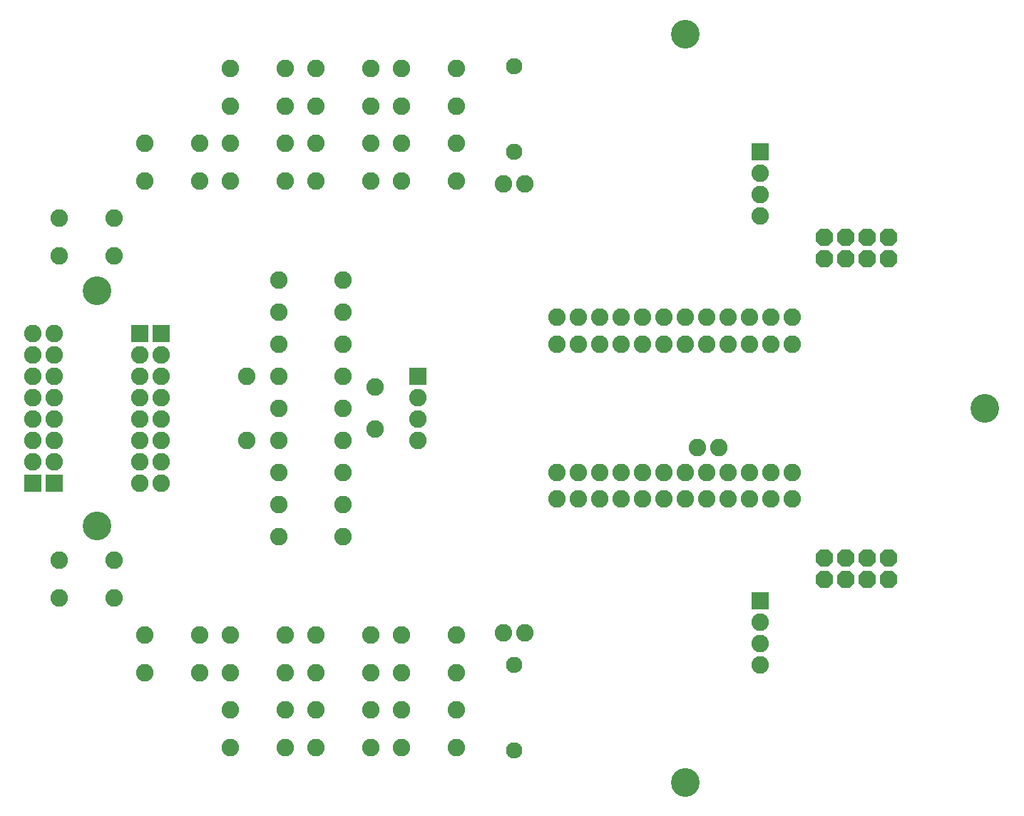
<source format=gbs>
G75*
%MOIN*%
%OFA0B0*%
%FSLAX24Y24*%
%IPPOS*%
%LPD*%
%AMOC8*
5,1,8,0,0,1.08239X$1,22.5*
%
%ADD10C,0.1340*%
%ADD11C,0.0820*%
%ADD12OC8,0.0820*%
%ADD13R,0.0820X0.0820*%
%ADD14C,0.0760*%
D10*
X005485Y025402D03*
X005485Y014402D03*
X046985Y019902D03*
X032985Y002402D03*
X032985Y037402D03*
D11*
X037985Y016902D03*
X036985Y016902D03*
X035985Y016902D03*
X034985Y016902D03*
X033985Y016902D03*
X032985Y016902D03*
X031985Y016902D03*
X030985Y016902D03*
X029985Y016902D03*
X028985Y016902D03*
X027985Y016902D03*
X026985Y016902D03*
X026985Y022902D03*
X027985Y022902D03*
X028985Y022902D03*
X029985Y022902D03*
X030985Y022902D03*
X031985Y022902D03*
X032985Y022902D03*
X033985Y022902D03*
X034985Y022902D03*
X035985Y022902D03*
X036985Y022902D03*
X037985Y022902D03*
X033535Y018052D03*
X034535Y018052D03*
X037985Y015652D03*
X036985Y015652D03*
X035985Y015652D03*
X034985Y015652D03*
X033985Y015652D03*
X032985Y015652D03*
X031985Y015652D03*
X030985Y015652D03*
X029985Y015652D03*
X028985Y015652D03*
X027985Y015652D03*
X026985Y015652D03*
X026985Y024152D03*
X027985Y024152D03*
X028985Y024152D03*
X029985Y024152D03*
X030985Y024152D03*
X031985Y024152D03*
X032985Y024152D03*
X033985Y024152D03*
X034985Y024152D03*
X035985Y024152D03*
X036985Y024152D03*
X037985Y024152D03*
X036485Y030902D03*
X036485Y029902D03*
X036485Y028902D03*
X036485Y009902D03*
X036485Y008902D03*
X036485Y007902D03*
X020485Y020402D03*
X020485Y019402D03*
X020485Y018402D03*
X024485Y030402D03*
X025485Y030402D03*
X007485Y022402D03*
X007485Y021402D03*
X007485Y020402D03*
X007485Y019402D03*
X007485Y018402D03*
X007485Y017402D03*
X007485Y016402D03*
X003485Y017402D03*
X003485Y018402D03*
X003485Y019402D03*
X003485Y020402D03*
X003485Y021402D03*
X003485Y022402D03*
X003485Y023402D03*
X019705Y035792D03*
X022265Y035792D03*
X019705Y034012D03*
X022265Y034012D03*
X019705Y032292D03*
X022265Y032292D03*
X019705Y030512D03*
X022265Y030512D03*
X022265Y007512D03*
X019705Y007512D03*
X022265Y009292D03*
X019705Y009292D03*
X022265Y004012D03*
X019705Y004012D03*
X022265Y005792D03*
X019705Y005792D03*
X015705Y035792D03*
X018265Y035792D03*
X015705Y034012D03*
X018265Y034012D03*
X015705Y032292D03*
X018265Y032292D03*
X015705Y030512D03*
X018265Y030512D03*
X018265Y007512D03*
X015705Y007512D03*
X018265Y009292D03*
X015705Y009292D03*
X018265Y004012D03*
X015705Y004012D03*
X018265Y005792D03*
X015705Y005792D03*
X011705Y035792D03*
X014265Y035792D03*
X011705Y034012D03*
X014265Y034012D03*
X011705Y032292D03*
X014265Y032292D03*
X011705Y030512D03*
X014265Y030512D03*
X014265Y007512D03*
X011705Y007512D03*
X014265Y009292D03*
X011705Y009292D03*
X014265Y004012D03*
X011705Y004012D03*
X014265Y005792D03*
X011705Y005792D03*
X007705Y032292D03*
X010265Y032292D03*
X007705Y030512D03*
X010265Y030512D03*
X010265Y007512D03*
X007705Y007512D03*
X010265Y009292D03*
X007705Y009292D03*
X003705Y028792D03*
X006265Y028792D03*
X003705Y027012D03*
X006265Y027012D03*
X006265Y011012D03*
X003705Y011012D03*
X006265Y012792D03*
X003705Y012792D03*
X024485Y009402D03*
X025485Y009402D03*
X016985Y022902D03*
X013985Y022902D03*
X013985Y024402D03*
X016985Y024402D03*
X016985Y025902D03*
X013985Y025902D03*
X013985Y021402D03*
X016985Y021402D03*
X016985Y019902D03*
X013985Y019902D03*
X013985Y018402D03*
X016985Y018402D03*
X013985Y015402D03*
X016985Y015402D03*
X016985Y016902D03*
X013985Y016902D03*
X018485Y018918D03*
X018485Y020886D03*
X008485Y022402D03*
X008485Y021402D03*
X008485Y020402D03*
X008485Y019402D03*
X008485Y018402D03*
X008485Y017402D03*
X008485Y016402D03*
X002485Y017402D03*
X002485Y018402D03*
X002485Y019402D03*
X002485Y020402D03*
X002485Y021402D03*
X002485Y022402D03*
X002485Y023402D03*
X016985Y013902D03*
X013985Y013902D03*
X012485Y018402D03*
X012485Y021402D03*
D12*
X042485Y027902D03*
X042485Y026902D03*
X041485Y027902D03*
X041485Y026902D03*
X040485Y027902D03*
X040485Y026902D03*
X039485Y027902D03*
X039485Y026902D03*
X042485Y012902D03*
X042485Y011902D03*
X041485Y012902D03*
X041485Y011902D03*
X040485Y012902D03*
X040485Y011902D03*
X039485Y012902D03*
X039485Y011902D03*
D13*
X036485Y031902D03*
X036485Y010902D03*
X020485Y021402D03*
X007485Y023402D03*
X003485Y016402D03*
X008485Y023402D03*
X002485Y016402D03*
D14*
X024985Y031902D03*
X024985Y035902D03*
X024985Y007902D03*
X024985Y003902D03*
M02*

</source>
